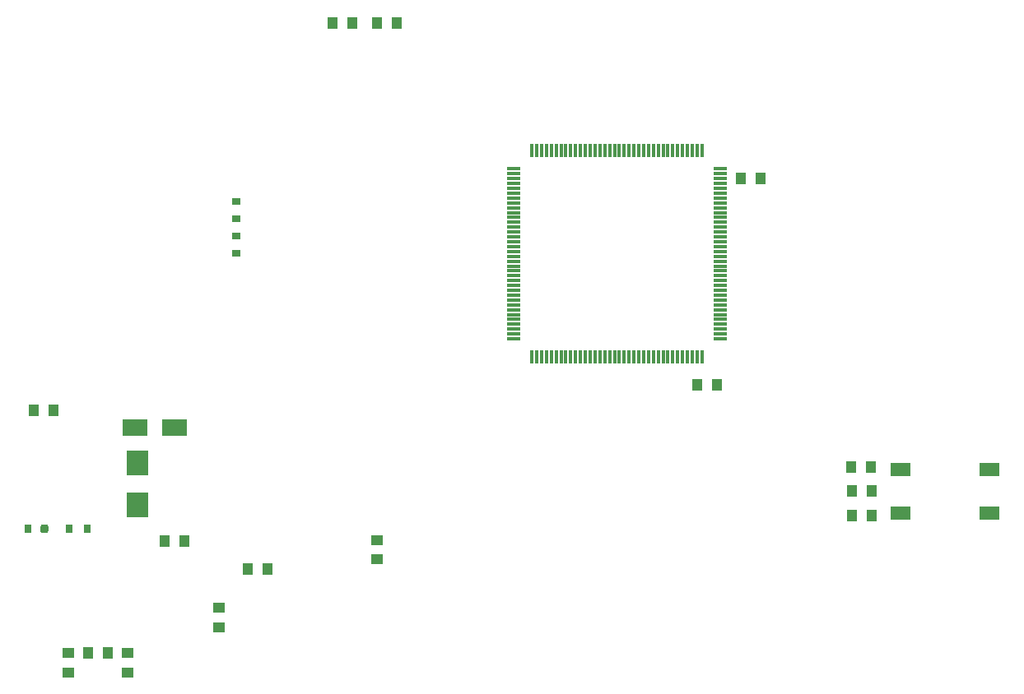
<source format=gtp>
G04*
G04 #@! TF.GenerationSoftware,Altium Limited,Altium Designer,22.10.1 (41)*
G04*
G04 Layer_Color=8421504*
%FSLAX44Y44*%
%MOMM*%
G71*
G04*
G04 #@! TF.SameCoordinates,86A63571-8FB3-4636-807C-F47AD7162A4A*
G04*
G04*
G04 #@! TF.FilePolarity,Positive*
G04*
G01*
G75*
%ADD15R,1.0000X1.3000*%
%ADD16R,2.5000X1.7000*%
%ADD17R,2.3000X2.5000*%
%ADD18R,0.3556X1.3462*%
%ADD19R,1.3462X0.3556*%
%ADD20R,0.9500X0.8000*%
%ADD21R,1.3000X1.0000*%
%ADD22R,0.8000X0.9500*%
%ADD23R,0.8000X0.9000*%
G04:AMPARAMS|DCode=24|XSize=0.8mm|YSize=0.9mm|CornerRadius=0.2mm|HoleSize=0mm|Usage=FLASHONLY|Rotation=180.000|XOffset=0mm|YOffset=0mm|HoleType=Round|Shape=RoundedRectangle|*
%AMROUNDEDRECTD24*
21,1,0.8000,0.5000,0,0,180.0*
21,1,0.4000,0.9000,0,0,180.0*
1,1,0.4000,-0.2000,0.2500*
1,1,0.4000,0.2000,0.2500*
1,1,0.4000,0.2000,-0.2500*
1,1,0.4000,-0.2000,-0.2500*
%
%ADD24ROUNDEDRECTD24*%
%ADD25R,2.1000X1.4000*%
D15*
X790100Y1496060D02*
D03*
X810100D02*
D03*
X1650840Y1437640D02*
D03*
X1630840D02*
D03*
X845980Y1246020D02*
D03*
X865980D02*
D03*
X924720Y1361440D02*
D03*
X944720D02*
D03*
X1537500Y1735000D02*
D03*
X1517500D02*
D03*
X1492500Y1522500D02*
D03*
X1472500D02*
D03*
X1143160Y1894840D02*
D03*
X1163160D02*
D03*
X1097440D02*
D03*
X1117440D02*
D03*
X1651540Y1387740D02*
D03*
X1631540D02*
D03*
X1631380Y1413140D02*
D03*
X1651380D02*
D03*
X1010000Y1332500D02*
D03*
X1030000D02*
D03*
D16*
X934400Y1478279D02*
D03*
X894400D02*
D03*
D17*
X896620Y1441360D02*
D03*
Y1398360D02*
D03*
D18*
X1302200Y1763270D02*
D03*
X1307200D02*
D03*
X1312200D02*
D03*
X1317200D02*
D03*
X1322200D02*
D03*
X1327200D02*
D03*
X1332200D02*
D03*
X1337200D02*
D03*
X1342200D02*
D03*
X1347200D02*
D03*
X1352200D02*
D03*
X1357200D02*
D03*
X1362200D02*
D03*
X1367200D02*
D03*
X1372200D02*
D03*
X1377200D02*
D03*
X1382200D02*
D03*
X1387200D02*
D03*
X1392200D02*
D03*
X1397200D02*
D03*
X1402200D02*
D03*
X1407200D02*
D03*
X1412200D02*
D03*
X1417200D02*
D03*
X1422200D02*
D03*
X1427200D02*
D03*
X1432200D02*
D03*
X1437200D02*
D03*
X1442200D02*
D03*
X1447200D02*
D03*
X1452200D02*
D03*
X1457200D02*
D03*
X1462200D02*
D03*
X1467200D02*
D03*
X1472200D02*
D03*
X1477200D02*
D03*
Y1550770D02*
D03*
X1472200D02*
D03*
X1467200D02*
D03*
X1462200D02*
D03*
X1457200D02*
D03*
X1452200D02*
D03*
X1447200D02*
D03*
X1442200D02*
D03*
X1437200D02*
D03*
X1432200D02*
D03*
X1427200D02*
D03*
X1422200D02*
D03*
X1417200D02*
D03*
X1412200D02*
D03*
X1407200D02*
D03*
X1402200D02*
D03*
X1397200D02*
D03*
X1392200D02*
D03*
X1387200D02*
D03*
X1382200D02*
D03*
X1377200D02*
D03*
X1372200D02*
D03*
X1367200D02*
D03*
X1362200D02*
D03*
X1357200D02*
D03*
X1352200D02*
D03*
X1347200D02*
D03*
X1342200D02*
D03*
X1337200D02*
D03*
X1332200D02*
D03*
X1327200D02*
D03*
X1322200D02*
D03*
X1317200D02*
D03*
X1312200D02*
D03*
X1307200D02*
D03*
X1302200D02*
D03*
D19*
X1495950Y1744520D02*
D03*
Y1739520D02*
D03*
Y1734520D02*
D03*
Y1729520D02*
D03*
Y1724520D02*
D03*
Y1719520D02*
D03*
Y1714520D02*
D03*
Y1709520D02*
D03*
Y1704520D02*
D03*
Y1699520D02*
D03*
Y1694520D02*
D03*
Y1689520D02*
D03*
Y1684520D02*
D03*
Y1679520D02*
D03*
Y1674520D02*
D03*
Y1669520D02*
D03*
Y1664520D02*
D03*
Y1659520D02*
D03*
Y1654520D02*
D03*
Y1649520D02*
D03*
Y1644520D02*
D03*
Y1639520D02*
D03*
Y1634520D02*
D03*
Y1629520D02*
D03*
Y1624520D02*
D03*
Y1619520D02*
D03*
Y1614520D02*
D03*
Y1609520D02*
D03*
Y1604520D02*
D03*
Y1599520D02*
D03*
Y1594520D02*
D03*
Y1589520D02*
D03*
Y1584520D02*
D03*
Y1579520D02*
D03*
Y1574520D02*
D03*
Y1569520D02*
D03*
X1283450D02*
D03*
Y1574520D02*
D03*
Y1579520D02*
D03*
Y1584520D02*
D03*
Y1589520D02*
D03*
Y1594520D02*
D03*
Y1599520D02*
D03*
Y1604520D02*
D03*
Y1609520D02*
D03*
Y1614520D02*
D03*
Y1619520D02*
D03*
Y1624520D02*
D03*
Y1629520D02*
D03*
Y1634520D02*
D03*
Y1639520D02*
D03*
Y1644520D02*
D03*
Y1649520D02*
D03*
Y1654520D02*
D03*
Y1659520D02*
D03*
Y1664520D02*
D03*
Y1669520D02*
D03*
Y1674520D02*
D03*
Y1679520D02*
D03*
Y1684520D02*
D03*
Y1689520D02*
D03*
Y1694520D02*
D03*
Y1699520D02*
D03*
Y1704520D02*
D03*
Y1709520D02*
D03*
Y1714520D02*
D03*
Y1719520D02*
D03*
Y1724520D02*
D03*
Y1729520D02*
D03*
Y1734520D02*
D03*
Y1739520D02*
D03*
Y1744520D02*
D03*
D20*
X998218Y1710800D02*
D03*
X998220Y1692800D02*
D03*
X998222Y1657240D02*
D03*
X998220Y1675240D02*
D03*
D21*
X886460Y1245860D02*
D03*
Y1225860D02*
D03*
X825500Y1245860D02*
D03*
Y1225860D02*
D03*
X980000Y1272500D02*
D03*
Y1292500D02*
D03*
X1142500Y1342500D02*
D03*
Y1362500D02*
D03*
D22*
X844660Y1374142D02*
D03*
X826660Y1374140D02*
D03*
D23*
X784230D02*
D03*
D24*
X800730D02*
D03*
D25*
X1772700Y1389740D02*
D03*
X1681700D02*
D03*
Y1434740D02*
D03*
X1772700D02*
D03*
M02*

</source>
